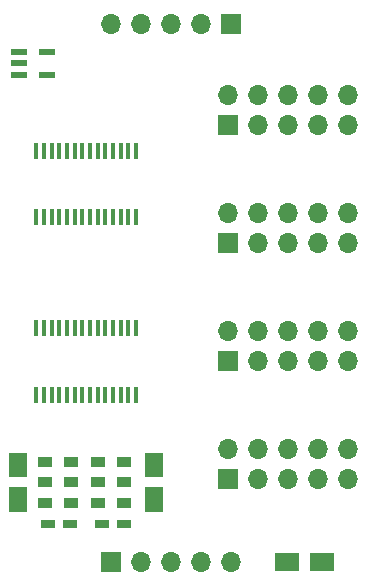
<source format=gts>
%TF.GenerationSoftware,KiCad,Pcbnew,(5.1.6-0-10_14)*%
%TF.CreationDate,2020-09-10T14:25:20+09:00*%
%TF.ProjectId,qPCR-photo_mux_ADG706BRUZ-ND,71504352-2d70-4686-9f74-6f5f6d75785f,rev?*%
%TF.SameCoordinates,Original*%
%TF.FileFunction,Soldermask,Top*%
%TF.FilePolarity,Negative*%
%FSLAX46Y46*%
G04 Gerber Fmt 4.6, Leading zero omitted, Abs format (unit mm)*
G04 Created by KiCad (PCBNEW (5.1.6-0-10_14)) date 2020-09-10 14:25:20*
%MOMM*%
%LPD*%
G01*
G04 APERTURE LIST*
%ADD10R,1.200000X0.750000*%
%ADD11O,1.700000X1.700000*%
%ADD12R,1.700000X1.700000*%
%ADD13R,1.500000X1.500000*%
%ADD14C,0.100000*%
%ADD15R,1.200000X0.900000*%
%ADD16R,0.355600X1.473200*%
%ADD17R,1.473200X0.558800*%
G04 APERTURE END LIST*
D10*
%TO.C,C1*%
X89650000Y-106750000D03*
X87750000Y-106750000D03*
%TD*%
%TO.C,C2*%
X94250000Y-106750000D03*
X92350000Y-106750000D03*
%TD*%
D11*
%TO.C,J1*%
X103298000Y-110000000D03*
X100758000Y-110000000D03*
X98218000Y-110000000D03*
X95678000Y-110000000D03*
D12*
X93138000Y-110000000D03*
%TD*%
%TO.C,J2*%
X103298000Y-64440000D03*
D11*
X100758000Y-64440000D03*
X98218000Y-64440000D03*
X95678000Y-64440000D03*
X93138000Y-64440000D03*
%TD*%
D13*
%TO.C,JP1*%
X108300000Y-110000000D03*
X110700000Y-110000000D03*
D14*
G36*
X110500000Y-110000000D02*
G01*
X111000000Y-109250000D01*
X112000000Y-109250000D01*
X112000000Y-110750000D01*
X111000000Y-110750000D01*
X110500000Y-110000000D01*
G37*
G36*
X108500000Y-110000000D02*
G01*
X108000000Y-110750000D01*
X107000000Y-110750000D01*
X107000000Y-109250000D01*
X108000000Y-109250000D01*
X108500000Y-110000000D01*
G37*
%TD*%
%TO.C,JP2*%
G36*
X85250000Y-102250000D02*
G01*
X84500000Y-101750000D01*
X84500000Y-100750000D01*
X86000000Y-100750000D01*
X86000000Y-101750000D01*
X85250000Y-102250000D01*
G37*
G36*
X85250000Y-104250000D02*
G01*
X86000000Y-104750000D01*
X86000000Y-105750000D01*
X84500000Y-105750000D01*
X84500000Y-104750000D01*
X85250000Y-104250000D01*
G37*
D13*
X85250000Y-104450000D03*
X85250000Y-102050000D03*
%TD*%
%TO.C,JP3*%
X96750000Y-102050000D03*
X96750000Y-104450000D03*
D14*
G36*
X96750000Y-104250000D02*
G01*
X97500000Y-104750000D01*
X97500000Y-105750000D01*
X96000000Y-105750000D01*
X96000000Y-104750000D01*
X96750000Y-104250000D01*
G37*
G36*
X96750000Y-102250000D02*
G01*
X96000000Y-101750000D01*
X96000000Y-100750000D01*
X97500000Y-100750000D01*
X97500000Y-101750000D01*
X96750000Y-102250000D01*
G37*
%TD*%
D11*
%TO.C,N_PD1*%
X113160000Y-70460000D03*
X113160000Y-73000000D03*
X110620000Y-70460000D03*
X110620000Y-73000000D03*
X108080000Y-70460000D03*
X108080000Y-73000000D03*
X105540000Y-70460000D03*
X105540000Y-73000000D03*
X103000000Y-70460000D03*
D12*
X103000000Y-73000000D03*
%TD*%
%TO.C,N_PD2*%
X103000000Y-83000000D03*
D11*
X103000000Y-80460000D03*
X105540000Y-83000000D03*
X105540000Y-80460000D03*
X108080000Y-83000000D03*
X108080000Y-80460000D03*
X110620000Y-83000000D03*
X110620000Y-80460000D03*
X113160000Y-83000000D03*
X113160000Y-80460000D03*
%TD*%
D15*
%TO.C,R1*%
X89750000Y-105000000D03*
X87550000Y-105000000D03*
%TD*%
%TO.C,R2*%
X89750000Y-103250000D03*
X87550000Y-103250000D03*
%TD*%
%TO.C,R3*%
X89700000Y-101500000D03*
X87500000Y-101500000D03*
%TD*%
%TO.C,R4*%
X94250000Y-105000000D03*
X92050000Y-105000000D03*
%TD*%
%TO.C,R5*%
X94250000Y-103250000D03*
X92050000Y-103250000D03*
%TD*%
%TO.C,R6*%
X94250000Y-101500000D03*
X92050000Y-101500000D03*
%TD*%
D12*
%TO.C,S_PD1*%
X103000000Y-93000000D03*
D11*
X103000000Y-90460000D03*
X105540000Y-93000000D03*
X105540000Y-90460000D03*
X108080000Y-93000000D03*
X108080000Y-90460000D03*
X110620000Y-93000000D03*
X110620000Y-90460000D03*
X113160000Y-93000000D03*
X113160000Y-90460000D03*
%TD*%
%TO.C,S_PD2*%
X113160000Y-100460000D03*
X113160000Y-103000000D03*
X110620000Y-100460000D03*
X110620000Y-103000000D03*
X108080000Y-100460000D03*
X108080000Y-103000000D03*
X105540000Y-100460000D03*
X105540000Y-103000000D03*
X103000000Y-100460000D03*
D12*
X103000000Y-103000000D03*
%TD*%
D16*
%TO.C,U1*%
X86775000Y-95819400D03*
X87425001Y-95819400D03*
X88075000Y-95819400D03*
X88725001Y-95819400D03*
X89374999Y-95819400D03*
X90025001Y-95819400D03*
X90674999Y-95819400D03*
X91324998Y-95819400D03*
X91974999Y-95819400D03*
X92624998Y-95819400D03*
X93274999Y-95819400D03*
X93924998Y-95819400D03*
X94574999Y-95819400D03*
X95224998Y-95819400D03*
X95225000Y-90180600D03*
X94574999Y-90180600D03*
X93925000Y-90180600D03*
X93274999Y-90180600D03*
X92625001Y-90180600D03*
X91974999Y-90180600D03*
X91325001Y-90180600D03*
X90674999Y-90180600D03*
X90025001Y-90180600D03*
X89374999Y-90180600D03*
X88725001Y-90180600D03*
X88075000Y-90180600D03*
X87425001Y-90180600D03*
X86775000Y-90180600D03*
%TD*%
D17*
%TO.C,U3*%
X87696000Y-66829899D03*
X87696000Y-68729901D03*
X85308400Y-68729901D03*
X85308400Y-67779900D03*
X85308400Y-66829899D03*
%TD*%
D16*
%TO.C,U4*%
X86775000Y-75180600D03*
X87425001Y-75180600D03*
X88075000Y-75180600D03*
X88725001Y-75180600D03*
X89374999Y-75180600D03*
X90025001Y-75180600D03*
X90674999Y-75180600D03*
X91325001Y-75180600D03*
X91974999Y-75180600D03*
X92625001Y-75180600D03*
X93274999Y-75180600D03*
X93925000Y-75180600D03*
X94574999Y-75180600D03*
X95225000Y-75180600D03*
X95224998Y-80819400D03*
X94574999Y-80819400D03*
X93924998Y-80819400D03*
X93274999Y-80819400D03*
X92624998Y-80819400D03*
X91974999Y-80819400D03*
X91324998Y-80819400D03*
X90674999Y-80819400D03*
X90025001Y-80819400D03*
X89374999Y-80819400D03*
X88725001Y-80819400D03*
X88075000Y-80819400D03*
X87425001Y-80819400D03*
X86775000Y-80819400D03*
%TD*%
M02*

</source>
